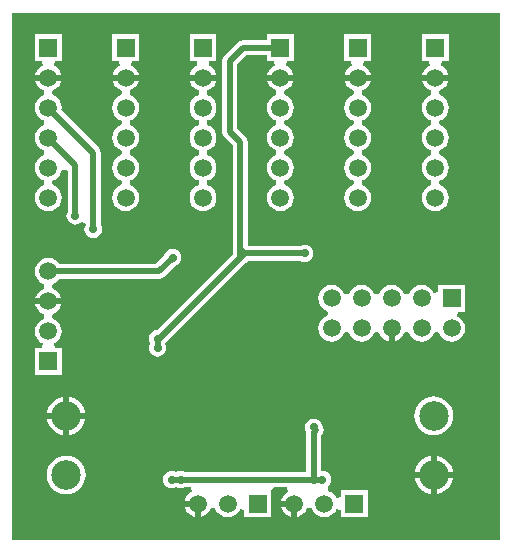
<source format=gbl>
G04*
G04 #@! TF.GenerationSoftware,Altium Limited,Altium Designer,19.0.10 (269)*
G04*
G04 Layer_Physical_Order=2*
G04 Layer_Color=16711680*
%FSLAX25Y25*%
%MOIN*%
G70*
G01*
G75*
%ADD10C,0.02000*%
%ADD47R,0.05906X0.05906*%
%ADD48C,0.05906*%
%ADD49R,0.05906X0.05906*%
%ADD50C,0.09843*%
%ADD51C,0.02756*%
G36*
X300500Y197000D02*
X138000D01*
Y372500D01*
X300500D01*
Y197000D01*
D02*
G37*
%LPC*%
G36*
X154453Y365453D02*
X145547D01*
Y356547D01*
X147837D01*
X148135Y355047D01*
X147754Y354889D01*
X146824Y354176D01*
X146110Y353246D01*
X145662Y352162D01*
X145641Y352000D01*
X150000D01*
X154359D01*
X154338Y352162D01*
X153890Y353246D01*
X153176Y354176D01*
X152246Y354889D01*
X151865Y355047D01*
X152163Y356547D01*
X154453D01*
Y365453D01*
D02*
G37*
G36*
X283453D02*
X274547D01*
Y356547D01*
X276837D01*
X277135Y355047D01*
X276754Y354889D01*
X275824Y354176D01*
X275111Y353246D01*
X274662Y352162D01*
X274640Y352000D01*
X279000D01*
X283360D01*
X283338Y352162D01*
X282890Y353246D01*
X282176Y354176D01*
X281246Y354889D01*
X280865Y355047D01*
X281163Y356547D01*
X283453D01*
Y365453D01*
D02*
G37*
G36*
X257653D02*
X248747D01*
Y356547D01*
X251037D01*
X251335Y355047D01*
X250954Y354889D01*
X250024Y354176D01*
X249310Y353246D01*
X248862Y352162D01*
X248840Y352000D01*
X253200D01*
X257559D01*
X257538Y352162D01*
X257089Y353246D01*
X256376Y354176D01*
X255446Y354889D01*
X255065Y355047D01*
X255363Y356547D01*
X257653D01*
Y365453D01*
D02*
G37*
G36*
X231853D02*
X222947D01*
Y363549D01*
X214953D01*
X213977Y363355D01*
X213150Y362802D01*
X208698Y358350D01*
X208145Y357523D01*
X207951Y356547D01*
Y333000D01*
X208145Y332025D01*
X208698Y331198D01*
X211451Y328444D01*
Y294500D01*
Y292056D01*
X186267Y266872D01*
X185749Y266804D01*
X185049Y266514D01*
X184447Y266053D01*
X183986Y265451D01*
X183696Y264751D01*
X183597Y264000D01*
X183696Y263249D01*
X183951Y262633D01*
Y262367D01*
X183696Y261751D01*
X183597Y261000D01*
X183696Y260249D01*
X183986Y259549D01*
X184447Y258947D01*
X185049Y258486D01*
X185749Y258196D01*
X186500Y258097D01*
X187251Y258196D01*
X187951Y258486D01*
X188553Y258947D01*
X189014Y259549D01*
X189304Y260249D01*
X189403Y261000D01*
X189304Y261751D01*
X189049Y262367D01*
Y262444D01*
X215802Y289198D01*
X216556Y289951D01*
X234133D01*
X234749Y289696D01*
X235500Y289597D01*
X236251Y289696D01*
X236951Y289986D01*
X237553Y290447D01*
X238014Y291049D01*
X238304Y291749D01*
X238403Y292500D01*
X238304Y293251D01*
X238014Y293951D01*
X237553Y294553D01*
X236951Y295014D01*
X236251Y295304D01*
X235500Y295403D01*
X234749Y295304D01*
X234133Y295049D01*
X216556D01*
X216549Y295056D01*
Y329500D01*
X216355Y330475D01*
X215802Y331302D01*
X213049Y334056D01*
Y355491D01*
X216009Y358451D01*
X222947D01*
Y356547D01*
X225237D01*
X225535Y355047D01*
X225154Y354889D01*
X224224Y354176D01*
X223511Y353246D01*
X223062Y352162D01*
X223041Y352000D01*
X227400D01*
X231760D01*
X231738Y352162D01*
X231290Y353246D01*
X230576Y354176D01*
X229646Y354889D01*
X229265Y355047D01*
X229563Y356547D01*
X231853D01*
Y365453D01*
D02*
G37*
G36*
X206053D02*
X197147D01*
Y356547D01*
X199437D01*
X199735Y355047D01*
X199354Y354889D01*
X198424Y354176D01*
X197711Y353246D01*
X197262Y352162D01*
X197240Y352000D01*
X201600D01*
X205960D01*
X205938Y352162D01*
X205489Y353246D01*
X204776Y354176D01*
X203846Y354889D01*
X203465Y355047D01*
X203763Y356547D01*
X206053D01*
Y365453D01*
D02*
G37*
G36*
X180253D02*
X171347D01*
Y356547D01*
X173637D01*
X173935Y355047D01*
X173554Y354889D01*
X172624Y354176D01*
X171911Y353246D01*
X171462Y352162D01*
X171440Y352000D01*
X175800D01*
X180159D01*
X180138Y352162D01*
X179690Y353246D01*
X178976Y354176D01*
X178046Y354889D01*
X177665Y355047D01*
X177963Y356547D01*
X180253D01*
Y365453D01*
D02*
G37*
G36*
X283360Y350000D02*
X279000D01*
X274640D01*
X274662Y349838D01*
X275111Y348754D01*
X275824Y347824D01*
X276754Y347111D01*
X277559Y346777D01*
X277688Y346112D01*
Y345888D01*
X277559Y345223D01*
X276754Y344889D01*
X275824Y344176D01*
X275111Y343246D01*
X274662Y342162D01*
X274509Y341000D01*
X274662Y339838D01*
X275111Y338754D01*
X275824Y337824D01*
X276754Y337110D01*
X277559Y336777D01*
X277688Y336112D01*
Y335888D01*
X277559Y335223D01*
X276754Y334890D01*
X275824Y334176D01*
X275111Y333246D01*
X274662Y332162D01*
X274509Y331000D01*
X274662Y329838D01*
X275111Y328754D01*
X275824Y327824D01*
X276754Y327111D01*
X277559Y326777D01*
X277688Y326112D01*
Y325888D01*
X277559Y325223D01*
X276754Y324889D01*
X275824Y324176D01*
X275111Y323246D01*
X274662Y322162D01*
X274509Y321000D01*
X274662Y319838D01*
X275111Y318754D01*
X275824Y317824D01*
X276754Y317110D01*
X277559Y316777D01*
X277688Y316112D01*
Y315888D01*
X277559Y315223D01*
X276754Y314890D01*
X275824Y314176D01*
X275111Y313246D01*
X274662Y312162D01*
X274509Y311000D01*
X274662Y309838D01*
X275111Y308754D01*
X275824Y307824D01*
X276754Y307111D01*
X277838Y306662D01*
X279000Y306509D01*
X280162Y306662D01*
X281246Y307111D01*
X282176Y307824D01*
X282890Y308754D01*
X283338Y309838D01*
X283491Y311000D01*
X283338Y312162D01*
X282890Y313246D01*
X282176Y314176D01*
X281246Y314890D01*
X280441Y315223D01*
X280312Y315888D01*
Y316112D01*
X280441Y316777D01*
X281246Y317110D01*
X282176Y317824D01*
X282890Y318754D01*
X283338Y319838D01*
X283491Y321000D01*
X283338Y322162D01*
X282890Y323246D01*
X282176Y324176D01*
X281246Y324889D01*
X280441Y325223D01*
X280312Y325888D01*
Y326112D01*
X280441Y326777D01*
X281246Y327111D01*
X282176Y327824D01*
X282890Y328754D01*
X283338Y329838D01*
X283491Y331000D01*
X283338Y332162D01*
X282890Y333246D01*
X282176Y334176D01*
X281246Y334890D01*
X280441Y335223D01*
X280312Y335888D01*
Y336112D01*
X280441Y336777D01*
X281246Y337110D01*
X282176Y337824D01*
X282890Y338754D01*
X283338Y339838D01*
X283491Y341000D01*
X283338Y342162D01*
X282890Y343246D01*
X282176Y344176D01*
X281246Y344889D01*
X280441Y345223D01*
X280312Y345888D01*
Y346112D01*
X280441Y346777D01*
X281246Y347111D01*
X282176Y347824D01*
X282890Y348754D01*
X283338Y349838D01*
X283360Y350000D01*
D02*
G37*
G36*
X257559D02*
X253200D01*
X248840D01*
X248862Y349838D01*
X249310Y348754D01*
X250024Y347824D01*
X250954Y347111D01*
X251759Y346777D01*
X251888Y346112D01*
Y345888D01*
X251759Y345223D01*
X250954Y344889D01*
X250024Y344176D01*
X249310Y343246D01*
X248862Y342162D01*
X248709Y341000D01*
X248862Y339838D01*
X249310Y338754D01*
X250024Y337824D01*
X250954Y337110D01*
X251759Y336777D01*
X251888Y336112D01*
Y335888D01*
X251759Y335223D01*
X250954Y334890D01*
X250024Y334176D01*
X249310Y333246D01*
X248862Y332162D01*
X248709Y331000D01*
X248862Y329838D01*
X249310Y328754D01*
X250024Y327824D01*
X250954Y327111D01*
X251759Y326777D01*
X251888Y326112D01*
Y325888D01*
X251759Y325223D01*
X250954Y324889D01*
X250024Y324176D01*
X249310Y323246D01*
X248862Y322162D01*
X248709Y321000D01*
X248862Y319838D01*
X249310Y318754D01*
X250024Y317824D01*
X250954Y317110D01*
X251759Y316777D01*
X251888Y316112D01*
Y315888D01*
X251759Y315223D01*
X250954Y314890D01*
X250024Y314176D01*
X249310Y313246D01*
X248862Y312162D01*
X248709Y311000D01*
X248862Y309838D01*
X249310Y308754D01*
X250024Y307824D01*
X250954Y307111D01*
X252038Y306662D01*
X253200Y306509D01*
X254362Y306662D01*
X255446Y307111D01*
X256376Y307824D01*
X257089Y308754D01*
X257538Y309838D01*
X257691Y311000D01*
X257538Y312162D01*
X257089Y313246D01*
X256376Y314176D01*
X255446Y314890D01*
X254641Y315223D01*
X254512Y315888D01*
Y316112D01*
X254641Y316777D01*
X255446Y317110D01*
X256376Y317824D01*
X257089Y318754D01*
X257538Y319838D01*
X257691Y321000D01*
X257538Y322162D01*
X257089Y323246D01*
X256376Y324176D01*
X255446Y324889D01*
X254641Y325223D01*
X254512Y325888D01*
Y326112D01*
X254641Y326777D01*
X255446Y327111D01*
X256376Y327824D01*
X257089Y328754D01*
X257538Y329838D01*
X257691Y331000D01*
X257538Y332162D01*
X257089Y333246D01*
X256376Y334176D01*
X255446Y334890D01*
X254641Y335223D01*
X254512Y335888D01*
Y336112D01*
X254641Y336777D01*
X255446Y337110D01*
X256376Y337824D01*
X257089Y338754D01*
X257538Y339838D01*
X257691Y341000D01*
X257538Y342162D01*
X257089Y343246D01*
X256376Y344176D01*
X255446Y344889D01*
X254641Y345223D01*
X254512Y345888D01*
Y346112D01*
X254641Y346777D01*
X255446Y347111D01*
X256376Y347824D01*
X257089Y348754D01*
X257538Y349838D01*
X257559Y350000D01*
D02*
G37*
G36*
X231760D02*
X227400D01*
X223041D01*
X223062Y349838D01*
X223511Y348754D01*
X224224Y347824D01*
X225154Y347111D01*
X225959Y346777D01*
X226088Y346112D01*
Y345888D01*
X225959Y345223D01*
X225154Y344889D01*
X224224Y344176D01*
X223511Y343246D01*
X223062Y342162D01*
X222909Y341000D01*
X223062Y339838D01*
X223511Y338754D01*
X224224Y337824D01*
X225154Y337110D01*
X225959Y336777D01*
X226088Y336112D01*
Y335888D01*
X225959Y335223D01*
X225154Y334890D01*
X224224Y334176D01*
X223511Y333246D01*
X223062Y332162D01*
X222909Y331000D01*
X223062Y329838D01*
X223511Y328754D01*
X224224Y327824D01*
X225154Y327111D01*
X225959Y326777D01*
X226088Y326112D01*
Y325888D01*
X225959Y325223D01*
X225154Y324889D01*
X224224Y324176D01*
X223511Y323246D01*
X223062Y322162D01*
X222909Y321000D01*
X223062Y319838D01*
X223511Y318754D01*
X224224Y317824D01*
X225154Y317110D01*
X225959Y316777D01*
X226088Y316112D01*
Y315888D01*
X225959Y315223D01*
X225154Y314890D01*
X224224Y314176D01*
X223511Y313246D01*
X223062Y312162D01*
X222909Y311000D01*
X223062Y309838D01*
X223511Y308754D01*
X224224Y307824D01*
X225154Y307111D01*
X226238Y306662D01*
X227400Y306509D01*
X228562Y306662D01*
X229646Y307111D01*
X230576Y307824D01*
X231290Y308754D01*
X231738Y309838D01*
X231891Y311000D01*
X231738Y312162D01*
X231290Y313246D01*
X230576Y314176D01*
X229646Y314890D01*
X228841Y315223D01*
X228712Y315888D01*
Y316112D01*
X228841Y316777D01*
X229646Y317110D01*
X230576Y317824D01*
X231290Y318754D01*
X231738Y319838D01*
X231891Y321000D01*
X231738Y322162D01*
X231290Y323246D01*
X230576Y324176D01*
X229646Y324889D01*
X228841Y325223D01*
X228712Y325888D01*
Y326112D01*
X228841Y326777D01*
X229646Y327111D01*
X230576Y327824D01*
X231290Y328754D01*
X231738Y329838D01*
X231891Y331000D01*
X231738Y332162D01*
X231290Y333246D01*
X230576Y334176D01*
X229646Y334890D01*
X228841Y335223D01*
X228712Y335888D01*
Y336112D01*
X228841Y336777D01*
X229646Y337110D01*
X230576Y337824D01*
X231290Y338754D01*
X231738Y339838D01*
X231891Y341000D01*
X231738Y342162D01*
X231290Y343246D01*
X230576Y344176D01*
X229646Y344889D01*
X228841Y345223D01*
X228712Y345888D01*
Y346112D01*
X228841Y346777D01*
X229646Y347111D01*
X230576Y347824D01*
X231290Y348754D01*
X231738Y349838D01*
X231760Y350000D01*
D02*
G37*
G36*
X205960D02*
X201600D01*
X197240D01*
X197262Y349838D01*
X197711Y348754D01*
X198424Y347824D01*
X199354Y347111D01*
X200159Y346777D01*
X200288Y346112D01*
Y345888D01*
X200159Y345223D01*
X199354Y344889D01*
X198424Y344176D01*
X197711Y343246D01*
X197262Y342162D01*
X197109Y341000D01*
X197262Y339838D01*
X197711Y338754D01*
X198424Y337824D01*
X199354Y337110D01*
X200159Y336777D01*
X200288Y336112D01*
Y335888D01*
X200159Y335223D01*
X199354Y334890D01*
X198424Y334176D01*
X197711Y333246D01*
X197262Y332162D01*
X197109Y331000D01*
X197262Y329838D01*
X197711Y328754D01*
X198424Y327824D01*
X199354Y327111D01*
X200159Y326777D01*
X200288Y326112D01*
Y325888D01*
X200159Y325223D01*
X199354Y324889D01*
X198424Y324176D01*
X197711Y323246D01*
X197262Y322162D01*
X197109Y321000D01*
X197262Y319838D01*
X197711Y318754D01*
X198424Y317824D01*
X199354Y317110D01*
X200159Y316777D01*
X200288Y316112D01*
Y315888D01*
X200159Y315223D01*
X199354Y314890D01*
X198424Y314176D01*
X197711Y313246D01*
X197262Y312162D01*
X197109Y311000D01*
X197262Y309838D01*
X197711Y308754D01*
X198424Y307824D01*
X199354Y307111D01*
X200438Y306662D01*
X201600Y306509D01*
X202762Y306662D01*
X203846Y307111D01*
X204776Y307824D01*
X205489Y308754D01*
X205938Y309838D01*
X206091Y311000D01*
X205938Y312162D01*
X205489Y313246D01*
X204776Y314176D01*
X203846Y314890D01*
X203041Y315223D01*
X202912Y315888D01*
Y316112D01*
X203041Y316777D01*
X203846Y317110D01*
X204776Y317824D01*
X205489Y318754D01*
X205938Y319838D01*
X206091Y321000D01*
X205938Y322162D01*
X205489Y323246D01*
X204776Y324176D01*
X203846Y324889D01*
X203041Y325223D01*
X202912Y325888D01*
Y326112D01*
X203041Y326777D01*
X203846Y327111D01*
X204776Y327824D01*
X205489Y328754D01*
X205938Y329838D01*
X206091Y331000D01*
X205938Y332162D01*
X205489Y333246D01*
X204776Y334176D01*
X203846Y334890D01*
X203041Y335223D01*
X202912Y335888D01*
Y336112D01*
X203041Y336777D01*
X203846Y337110D01*
X204776Y337824D01*
X205489Y338754D01*
X205938Y339838D01*
X206091Y341000D01*
X205938Y342162D01*
X205489Y343246D01*
X204776Y344176D01*
X203846Y344889D01*
X203041Y345223D01*
X202912Y345888D01*
Y346112D01*
X203041Y346777D01*
X203846Y347111D01*
X204776Y347824D01*
X205489Y348754D01*
X205938Y349838D01*
X205960Y350000D01*
D02*
G37*
G36*
X180159D02*
X175800D01*
X171440D01*
X171462Y349838D01*
X171911Y348754D01*
X172624Y347824D01*
X173554Y347111D01*
X174359Y346777D01*
X174488Y346112D01*
Y345888D01*
X174359Y345223D01*
X173554Y344889D01*
X172624Y344176D01*
X171911Y343246D01*
X171462Y342162D01*
X171309Y341000D01*
X171462Y339838D01*
X171911Y338754D01*
X172624Y337824D01*
X173554Y337110D01*
X174359Y336777D01*
X174488Y336112D01*
Y335888D01*
X174359Y335223D01*
X173554Y334890D01*
X172624Y334176D01*
X171911Y333246D01*
X171462Y332162D01*
X171309Y331000D01*
X171462Y329838D01*
X171911Y328754D01*
X172624Y327824D01*
X173554Y327111D01*
X174359Y326777D01*
X174488Y326112D01*
Y325888D01*
X174359Y325223D01*
X173554Y324889D01*
X172624Y324176D01*
X171911Y323246D01*
X171462Y322162D01*
X171309Y321000D01*
X171462Y319838D01*
X171911Y318754D01*
X172624Y317824D01*
X173554Y317110D01*
X174359Y316777D01*
X174488Y316112D01*
Y315888D01*
X174359Y315223D01*
X173554Y314890D01*
X172624Y314176D01*
X171911Y313246D01*
X171462Y312162D01*
X171309Y311000D01*
X171462Y309838D01*
X171911Y308754D01*
X172624Y307824D01*
X173554Y307111D01*
X174638Y306662D01*
X175800Y306509D01*
X176962Y306662D01*
X178046Y307111D01*
X178976Y307824D01*
X179690Y308754D01*
X180138Y309838D01*
X180291Y311000D01*
X180138Y312162D01*
X179690Y313246D01*
X178976Y314176D01*
X178046Y314890D01*
X177241Y315223D01*
X177112Y315888D01*
Y316112D01*
X177241Y316777D01*
X178046Y317110D01*
X178976Y317824D01*
X179690Y318754D01*
X180138Y319838D01*
X180291Y321000D01*
X180138Y322162D01*
X179690Y323246D01*
X178976Y324176D01*
X178046Y324889D01*
X177241Y325223D01*
X177112Y325888D01*
Y326112D01*
X177241Y326777D01*
X178046Y327111D01*
X178976Y327824D01*
X179690Y328754D01*
X180138Y329838D01*
X180291Y331000D01*
X180138Y332162D01*
X179690Y333246D01*
X178976Y334176D01*
X178046Y334890D01*
X177241Y335223D01*
X177112Y335888D01*
Y336112D01*
X177241Y336777D01*
X178046Y337110D01*
X178976Y337824D01*
X179690Y338754D01*
X180138Y339838D01*
X180291Y341000D01*
X180138Y342162D01*
X179690Y343246D01*
X178976Y344176D01*
X178046Y344889D01*
X177241Y345223D01*
X177112Y345888D01*
Y346112D01*
X177241Y346777D01*
X178046Y347111D01*
X178976Y347824D01*
X179690Y348754D01*
X180138Y349838D01*
X180159Y350000D01*
D02*
G37*
G36*
X154359D02*
X150000D01*
X145641D01*
X145662Y349838D01*
X146110Y348754D01*
X146824Y347824D01*
X147754Y347111D01*
X148559Y346777D01*
X148688Y346112D01*
Y345888D01*
X148559Y345223D01*
X147754Y344889D01*
X146824Y344176D01*
X146110Y343246D01*
X145662Y342162D01*
X145509Y341000D01*
X145662Y339838D01*
X146110Y338754D01*
X146824Y337824D01*
X147754Y337110D01*
X148559Y336777D01*
X148688Y336112D01*
Y335888D01*
X148559Y335223D01*
X147754Y334890D01*
X146824Y334176D01*
X146110Y333246D01*
X145662Y332162D01*
X145509Y331000D01*
X145662Y329838D01*
X146110Y328754D01*
X146824Y327824D01*
X147754Y327111D01*
X148559Y326777D01*
X148688Y326112D01*
Y325888D01*
X148559Y325223D01*
X147754Y324889D01*
X146824Y324176D01*
X146110Y323246D01*
X145662Y322162D01*
X145509Y321000D01*
X145662Y319838D01*
X146110Y318754D01*
X146824Y317824D01*
X147754Y317110D01*
X148559Y316777D01*
X148688Y316112D01*
Y315888D01*
X148559Y315223D01*
X147754Y314890D01*
X146824Y314176D01*
X146110Y313246D01*
X145662Y312162D01*
X145509Y311000D01*
X145662Y309838D01*
X146110Y308754D01*
X146824Y307824D01*
X147754Y307111D01*
X148838Y306662D01*
X150000Y306509D01*
X151162Y306662D01*
X152246Y307111D01*
X153176Y307824D01*
X153890Y308754D01*
X154338Y309838D01*
X154491Y311000D01*
X154338Y312162D01*
X153890Y313246D01*
X153176Y314176D01*
X152246Y314890D01*
X151441Y315223D01*
X151312Y315888D01*
Y316112D01*
X151441Y316777D01*
X152246Y317110D01*
X153176Y317824D01*
X153890Y318754D01*
X154338Y319838D01*
X155935Y320474D01*
X156451Y320069D01*
Y306367D01*
X156196Y305751D01*
X156097Y305000D01*
X156196Y304249D01*
X156486Y303549D01*
X156947Y302947D01*
X157549Y302486D01*
X158249Y302196D01*
X159000Y302097D01*
X159751Y302196D01*
X160451Y302486D01*
X160951Y302870D01*
X161399Y302788D01*
X162451Y302306D01*
Y301867D01*
X162196Y301251D01*
X162097Y300500D01*
X162196Y299749D01*
X162486Y299049D01*
X162947Y298447D01*
X163549Y297986D01*
X164249Y297696D01*
X165000Y297597D01*
X165751Y297696D01*
X166451Y297986D01*
X167053Y298447D01*
X167514Y299049D01*
X167804Y299749D01*
X167903Y300500D01*
X167804Y301251D01*
X167549Y301867D01*
Y326000D01*
X167355Y326975D01*
X166802Y327802D01*
X154388Y340217D01*
X154491Y341000D01*
X154338Y342162D01*
X153890Y343246D01*
X153176Y344176D01*
X152246Y344889D01*
X151441Y345223D01*
X151312Y345888D01*
Y346112D01*
X151441Y346777D01*
X152246Y347111D01*
X153176Y347824D01*
X153890Y348754D01*
X154338Y349838D01*
X154359Y350000D01*
D02*
G37*
G36*
X191500Y293978D02*
X190749Y293879D01*
X190049Y293589D01*
X189447Y293127D01*
X188986Y292526D01*
X188731Y291911D01*
X185869Y289049D01*
X153657D01*
X153176Y289676D01*
X152246Y290389D01*
X151162Y290838D01*
X150000Y290991D01*
X148838Y290838D01*
X147754Y290389D01*
X146824Y289676D01*
X146110Y288746D01*
X145662Y287662D01*
X145509Y286500D01*
X145662Y285338D01*
X146110Y284254D01*
X146824Y283324D01*
X147754Y282611D01*
X148559Y282277D01*
X148688Y281612D01*
Y281388D01*
X148559Y280723D01*
X147754Y280389D01*
X146824Y279676D01*
X146110Y278746D01*
X145662Y277662D01*
X145641Y277500D01*
X150000D01*
X154359D01*
X154338Y277662D01*
X153890Y278746D01*
X153176Y279676D01*
X152246Y280389D01*
X151441Y280723D01*
X151312Y281388D01*
Y281612D01*
X151441Y282277D01*
X152246Y282611D01*
X153176Y283324D01*
X153657Y283951D01*
X186925D01*
X187901Y284145D01*
X188728Y284698D01*
X192336Y288306D01*
X192951Y288561D01*
X193553Y289022D01*
X194014Y289623D01*
X194304Y290323D01*
X194403Y291075D01*
X194304Y291826D01*
X194014Y292526D01*
X193553Y293127D01*
X192951Y293589D01*
X192251Y293879D01*
X191500Y293978D01*
D02*
G37*
G36*
X274500Y281991D02*
X273338Y281838D01*
X272254Y281389D01*
X271324Y280676D01*
X270610Y279746D01*
X270277Y278941D01*
X269612Y278812D01*
X269388D01*
X268723Y278941D01*
X268390Y279746D01*
X267676Y280676D01*
X266746Y281389D01*
X265662Y281838D01*
X264500Y281991D01*
X263338Y281838D01*
X262254Y281389D01*
X261324Y280676D01*
X260611Y279746D01*
X260277Y278941D01*
X259612Y278812D01*
X259388D01*
X258723Y278941D01*
X258389Y279746D01*
X257676Y280676D01*
X256746Y281389D01*
X255662Y281838D01*
X254500Y281991D01*
X253338Y281838D01*
X252254Y281389D01*
X251324Y280676D01*
X250610Y279746D01*
X250277Y278941D01*
X249612Y278812D01*
X249388D01*
X248723Y278941D01*
X248390Y279746D01*
X247676Y280676D01*
X246746Y281389D01*
X245662Y281838D01*
X244500Y281991D01*
X243338Y281838D01*
X242254Y281389D01*
X241324Y280676D01*
X240611Y279746D01*
X240162Y278662D01*
X240009Y277500D01*
X240162Y276338D01*
X240611Y275254D01*
X241324Y274324D01*
X242254Y273610D01*
X243059Y273277D01*
X243188Y272612D01*
Y272388D01*
X243059Y271723D01*
X242254Y271390D01*
X241324Y270676D01*
X240611Y269746D01*
X240162Y268662D01*
X240009Y267500D01*
X240162Y266338D01*
X240611Y265254D01*
X241324Y264324D01*
X242254Y263611D01*
X243338Y263162D01*
X244500Y263009D01*
X245662Y263162D01*
X246746Y263611D01*
X247676Y264324D01*
X248390Y265254D01*
X248723Y266059D01*
X249388Y266188D01*
X249612D01*
X250277Y266059D01*
X250610Y265254D01*
X251324Y264324D01*
X252254Y263611D01*
X253338Y263162D01*
X254500Y263009D01*
X255662Y263162D01*
X256746Y263611D01*
X257676Y264324D01*
X258389Y265254D01*
X258723Y266059D01*
X259388Y266188D01*
X259612D01*
X260277Y266059D01*
X260611Y265254D01*
X261324Y264324D01*
X262254Y263611D01*
X263338Y263162D01*
X263500Y263141D01*
Y267500D01*
X265500D01*
Y263141D01*
X265662Y263162D01*
X266746Y263611D01*
X267676Y264324D01*
X268390Y265254D01*
X268723Y266059D01*
X269388Y266188D01*
X269612D01*
X270277Y266059D01*
X270610Y265254D01*
X271324Y264324D01*
X272254Y263611D01*
X273338Y263162D01*
X274500Y263009D01*
X275662Y263162D01*
X276746Y263611D01*
X277676Y264324D01*
X278390Y265254D01*
X278723Y266059D01*
X279388Y266188D01*
X279612D01*
X280277Y266059D01*
X280610Y265254D01*
X281324Y264324D01*
X282254Y263611D01*
X283338Y263162D01*
X284500Y263009D01*
X285662Y263162D01*
X286746Y263611D01*
X287676Y264324D01*
X288389Y265254D01*
X288838Y266338D01*
X288991Y267500D01*
X288838Y268662D01*
X288389Y269746D01*
X287676Y270676D01*
X286746Y271390D01*
X286365Y271547D01*
X286663Y273047D01*
X288953D01*
Y281953D01*
X280047D01*
Y279663D01*
X278547Y279365D01*
X278390Y279746D01*
X277676Y280676D01*
X276746Y281389D01*
X275662Y281838D01*
X274500Y281991D01*
D02*
G37*
G36*
X154359Y275500D02*
X150000D01*
X145641D01*
X145662Y275338D01*
X146110Y274254D01*
X146824Y273324D01*
X147754Y272610D01*
X148559Y272277D01*
X148688Y271612D01*
Y271388D01*
X148559Y270723D01*
X147754Y270390D01*
X146824Y269676D01*
X146110Y268746D01*
X145662Y267662D01*
X145509Y266500D01*
X145662Y265338D01*
X146110Y264254D01*
X146824Y263324D01*
X147754Y262611D01*
X148135Y262453D01*
X147837Y260953D01*
X145547D01*
Y252047D01*
X154453D01*
Y260953D01*
X152163D01*
X151865Y262453D01*
X152246Y262611D01*
X153176Y263324D01*
X153890Y264254D01*
X154338Y265338D01*
X154491Y266500D01*
X154338Y267662D01*
X153890Y268746D01*
X153176Y269676D01*
X152246Y270390D01*
X151441Y270723D01*
X151312Y271388D01*
Y271612D01*
X151441Y272277D01*
X152246Y272610D01*
X153176Y273324D01*
X153890Y274254D01*
X154338Y275338D01*
X154359Y275500D01*
D02*
G37*
G36*
X157000Y244696D02*
Y239342D01*
X162354D01*
X162328Y239601D01*
X161961Y240812D01*
X161365Y241927D01*
X160563Y242905D01*
X159585Y243707D01*
X158469Y244304D01*
X157259Y244671D01*
X157000Y244696D01*
D02*
G37*
G36*
X155000D02*
X154741Y244671D01*
X153531Y244304D01*
X152415Y243707D01*
X151437Y242905D01*
X150635Y241927D01*
X150039Y240812D01*
X149672Y239601D01*
X149646Y239342D01*
X155000D01*
Y244696D01*
D02*
G37*
G36*
X162354Y237343D02*
X157000D01*
Y231989D01*
X157259Y232014D01*
X158469Y232381D01*
X159585Y232978D01*
X160563Y233780D01*
X161365Y234758D01*
X161961Y235873D01*
X162328Y237084D01*
X162354Y237343D01*
D02*
G37*
G36*
X155000D02*
X149646D01*
X149672Y237084D01*
X150039Y235873D01*
X150635Y234758D01*
X151437Y233780D01*
X152415Y232978D01*
X153531Y232381D01*
X154741Y232014D01*
X155000Y231989D01*
Y237343D01*
D02*
G37*
G36*
X278500Y244795D02*
X277241Y244671D01*
X276031Y244304D01*
X274915Y243707D01*
X273938Y242905D01*
X273135Y241927D01*
X272539Y240812D01*
X272172Y239601D01*
X272048Y238342D01*
X272172Y237084D01*
X272539Y235873D01*
X273135Y234758D01*
X273938Y233780D01*
X274915Y232978D01*
X276031Y232381D01*
X277241Y232014D01*
X278500Y231890D01*
X279759Y232014D01*
X280969Y232381D01*
X282085Y232978D01*
X283063Y233780D01*
X283865Y234758D01*
X284461Y235873D01*
X284828Y237084D01*
X284952Y238342D01*
X284828Y239601D01*
X284461Y240812D01*
X283865Y241927D01*
X283063Y242905D01*
X282085Y243707D01*
X280969Y244304D01*
X279759Y244671D01*
X278500Y244795D01*
D02*
G37*
G36*
X279500Y225011D02*
Y219657D01*
X284854D01*
X284828Y219916D01*
X284461Y221127D01*
X283865Y222242D01*
X283063Y223220D01*
X282085Y224022D01*
X280969Y224619D01*
X279759Y224986D01*
X279500Y225011D01*
D02*
G37*
G36*
X277500D02*
X277241Y224986D01*
X276031Y224619D01*
X274915Y224022D01*
X273938Y223220D01*
X273135Y222242D01*
X272539Y221127D01*
X272172Y219916D01*
X272146Y219657D01*
X277500D01*
Y225011D01*
D02*
G37*
G36*
X238500Y237403D02*
X237749Y237304D01*
X237049Y237014D01*
X236447Y236553D01*
X235986Y235951D01*
X235696Y235251D01*
X235597Y234500D01*
X235696Y233749D01*
X235969Y233089D01*
X235951Y232997D01*
Y219549D01*
X195660D01*
X195562Y219624D01*
X194862Y219914D01*
X194110Y220013D01*
X193359Y219914D01*
X192744Y219659D01*
X192574D01*
X191959Y219914D01*
X191208Y220013D01*
X190456Y219914D01*
X189756Y219624D01*
X189155Y219163D01*
X188694Y218562D01*
X188404Y217862D01*
X188305Y217110D01*
X188404Y216359D01*
X188694Y215659D01*
X189155Y215058D01*
X189756Y214597D01*
X190456Y214307D01*
X191208Y214208D01*
X191959Y214307D01*
X192574Y214562D01*
X192744D01*
X193359Y214307D01*
X194110Y214208D01*
X194862Y214307D01*
X195211Y214451D01*
X197490D01*
X197789Y212951D01*
X197640Y212890D01*
X196710Y212176D01*
X195996Y211246D01*
X195548Y210162D01*
X195526Y210000D01*
X199886D01*
Y209000D01*
X200886D01*
Y204641D01*
X201048Y204662D01*
X202131Y205111D01*
X203062Y205824D01*
X203775Y206754D01*
X204108Y207559D01*
X204774Y207688D01*
X204998D01*
X205663Y207559D01*
X205996Y206754D01*
X206710Y205824D01*
X207640Y205111D01*
X208723Y204662D01*
X209886Y204509D01*
X211048Y204662D01*
X212131Y205111D01*
X213061Y205824D01*
X213775Y206754D01*
X213933Y207135D01*
X215433Y206837D01*
Y204547D01*
X224339D01*
Y212951D01*
X224339Y213453D01*
X225425Y214451D01*
X229605D01*
X229903Y212951D01*
X229754Y212890D01*
X228824Y212176D01*
X228111Y211246D01*
X227662Y210162D01*
X227641Y210000D01*
X232000D01*
Y209000D01*
X233000D01*
Y204641D01*
X233162Y204662D01*
X234246Y205111D01*
X235176Y205824D01*
X235890Y206754D01*
X236223Y207559D01*
X236888Y207688D01*
X237112D01*
X237777Y207559D01*
X238110Y206754D01*
X238824Y205824D01*
X239754Y205111D01*
X240838Y204662D01*
X242000Y204509D01*
X243162Y204662D01*
X244246Y205111D01*
X245176Y205824D01*
X245889Y206754D01*
X246047Y207135D01*
X247547Y206837D01*
Y204547D01*
X256453D01*
Y213453D01*
X247547D01*
Y211163D01*
X246047Y210865D01*
X245889Y211246D01*
X245176Y212176D01*
X244246Y212890D01*
X243431Y213227D01*
X243198Y213769D01*
X243166Y213928D01*
X243171Y214850D01*
X243442Y215058D01*
X243903Y215659D01*
X244193Y216359D01*
X244292Y217110D01*
X244193Y217862D01*
X243903Y218562D01*
X243442Y219163D01*
X242841Y219624D01*
X242141Y219914D01*
X241390Y220013D01*
X241049Y220312D01*
Y231942D01*
X241054Y231946D01*
X241606Y232773D01*
X241800Y233749D01*
X241606Y234724D01*
X241316Y235158D01*
X241304Y235251D01*
X241014Y235951D01*
X240553Y236553D01*
X239951Y237014D01*
X239251Y237304D01*
X238500Y237403D01*
D02*
G37*
G36*
X284854Y217657D02*
X279500D01*
Y212304D01*
X279759Y212329D01*
X280969Y212696D01*
X282085Y213293D01*
X283063Y214095D01*
X283865Y215073D01*
X284461Y216188D01*
X284828Y217399D01*
X284854Y217657D01*
D02*
G37*
G36*
X277500D02*
X272146D01*
X272172Y217399D01*
X272539Y216188D01*
X273135Y215073D01*
X273938Y214095D01*
X274915Y213293D01*
X276031Y212696D01*
X277241Y212329D01*
X277500Y212304D01*
Y217657D01*
D02*
G37*
G36*
X156000Y225110D02*
X154741Y224986D01*
X153531Y224619D01*
X152415Y224022D01*
X151437Y223220D01*
X150635Y222242D01*
X150039Y221127D01*
X149672Y219916D01*
X149548Y218657D01*
X149672Y217399D01*
X150039Y216188D01*
X150635Y215073D01*
X151437Y214095D01*
X152415Y213293D01*
X153531Y212696D01*
X154741Y212329D01*
X156000Y212205D01*
X157259Y212329D01*
X158469Y212696D01*
X159585Y213293D01*
X160563Y214095D01*
X161365Y215073D01*
X161961Y216188D01*
X162328Y217399D01*
X162452Y218657D01*
X162328Y219916D01*
X161961Y221127D01*
X161365Y222242D01*
X160563Y223220D01*
X159585Y224022D01*
X158469Y224619D01*
X157259Y224986D01*
X156000Y225110D01*
D02*
G37*
G36*
X198886Y208000D02*
X195526D01*
X195548Y207838D01*
X195996Y206754D01*
X196710Y205824D01*
X197640Y205111D01*
X198723Y204662D01*
X198886Y204641D01*
Y208000D01*
D02*
G37*
G36*
X231000D02*
X227641D01*
X227662Y207838D01*
X228111Y206754D01*
X228824Y205824D01*
X229754Y205111D01*
X230838Y204662D01*
X231000Y204641D01*
Y208000D01*
D02*
G37*
%LPD*%
D10*
X186500Y263500D02*
X214000Y291000D01*
X186500Y261000D02*
Y263500D01*
X214000Y294000D02*
Y329500D01*
Y292500D02*
Y294000D01*
X215500Y292500D01*
X214000Y294000D02*
Y294500D01*
Y291000D02*
X214750Y291750D01*
X214000Y291000D02*
Y292500D01*
X214750Y291750D02*
X215500Y292500D01*
X214000D02*
X214750Y291750D01*
X210500Y333000D02*
X214000Y329500D01*
X210500Y333000D02*
Y356547D01*
X214953Y361000D01*
X227400D01*
X238500Y217000D02*
X241279D01*
X241390Y217110D01*
X238500Y217000D02*
Y232997D01*
X239251Y233749D01*
X194221Y217000D02*
X238500D01*
X194110Y217110D02*
X194221Y217000D01*
X238500Y234500D02*
X239251Y233749D01*
X191208Y217110D02*
X194110D01*
X215500Y292500D02*
X235500D01*
X186500Y263500D02*
Y264000D01*
X150000Y341000D02*
X165000Y326000D01*
Y300500D02*
Y326000D01*
X150000Y331000D02*
X159000Y322000D01*
Y305000D02*
Y322000D01*
X186925Y286500D02*
X191500Y291075D01*
X150000Y286500D02*
X186925D01*
D47*
X219886Y209000D02*
D03*
X252000D02*
D03*
X284500Y277500D02*
D03*
D48*
X209886Y209000D02*
D03*
X199886D02*
D03*
X175800Y351000D02*
D03*
Y341000D02*
D03*
Y331000D02*
D03*
Y321000D02*
D03*
Y311000D02*
D03*
X150000Y351000D02*
D03*
Y341000D02*
D03*
Y331000D02*
D03*
Y321000D02*
D03*
Y311000D02*
D03*
Y266500D02*
D03*
Y276500D02*
D03*
Y286500D02*
D03*
X227400Y351000D02*
D03*
Y341000D02*
D03*
Y331000D02*
D03*
Y321000D02*
D03*
Y311000D02*
D03*
X201600Y351000D02*
D03*
Y341000D02*
D03*
Y331000D02*
D03*
Y321000D02*
D03*
Y311000D02*
D03*
X242000Y209000D02*
D03*
X232000D02*
D03*
X254500Y267500D02*
D03*
Y277500D02*
D03*
X264500Y267500D02*
D03*
Y277500D02*
D03*
X274500Y267500D02*
D03*
Y277500D02*
D03*
X284500Y267500D02*
D03*
X244500D02*
D03*
Y277500D02*
D03*
X279000Y351000D02*
D03*
Y341000D02*
D03*
Y331000D02*
D03*
Y321000D02*
D03*
Y311000D02*
D03*
X253200Y351000D02*
D03*
Y341000D02*
D03*
Y331000D02*
D03*
Y321000D02*
D03*
Y311000D02*
D03*
D49*
X175800Y361000D02*
D03*
X150000D02*
D03*
Y256500D02*
D03*
X227400Y361000D02*
D03*
X201600D02*
D03*
X279000D02*
D03*
X253200D02*
D03*
D50*
X278500Y238342D02*
D03*
Y218657D02*
D03*
X156000D02*
D03*
Y238342D02*
D03*
D51*
X186500Y261000D02*
D03*
X290000Y360000D02*
D03*
X295000Y350000D02*
D03*
X290000Y340000D02*
D03*
X295000Y330000D02*
D03*
Y310000D02*
D03*
Y290000D02*
D03*
Y270000D02*
D03*
X290000Y260000D02*
D03*
X295000Y210000D02*
D03*
X290000Y200000D02*
D03*
X285000Y350000D02*
D03*
X280000Y200000D02*
D03*
X270000Y260000D02*
D03*
X275000Y250000D02*
D03*
Y210000D02*
D03*
X260000Y260000D02*
D03*
X265000Y250000D02*
D03*
Y210000D02*
D03*
X250000Y260000D02*
D03*
X255000Y250000D02*
D03*
X250000Y240000D02*
D03*
X245000Y250000D02*
D03*
X240000Y200000D02*
D03*
X235000Y350000D02*
D03*
X230000Y200000D02*
D03*
X220000D02*
D03*
X210000Y320000D02*
D03*
Y200000D02*
D03*
X200000D02*
D03*
X190000D02*
D03*
X180000Y260000D02*
D03*
X185000Y210000D02*
D03*
X180000Y200000D02*
D03*
X175000Y270000D02*
D03*
X170000Y260000D02*
D03*
Y240000D02*
D03*
X175000Y230000D02*
D03*
Y210000D02*
D03*
X170000Y200000D02*
D03*
X165000Y250000D02*
D03*
Y230000D02*
D03*
Y210000D02*
D03*
X160000Y200000D02*
D03*
X150000Y300000D02*
D03*
X155000Y250000D02*
D03*
X150000Y200000D02*
D03*
X140000Y360000D02*
D03*
Y340000D02*
D03*
Y320000D02*
D03*
Y300000D02*
D03*
X145000Y290000D02*
D03*
X140000Y280000D02*
D03*
X145000Y270000D02*
D03*
X140000Y260000D02*
D03*
X145000Y250000D02*
D03*
X140000Y240000D02*
D03*
X145000Y230000D02*
D03*
X140000Y220000D02*
D03*
X145000Y210000D02*
D03*
X140000Y200000D02*
D03*
X238500Y217000D02*
D03*
X206451Y226500D02*
D03*
Y231500D02*
D03*
Y236500D02*
D03*
X238000Y260000D02*
D03*
X231425Y272000D02*
D03*
Y282000D02*
D03*
X261500Y207500D02*
D03*
X271324Y230500D02*
D03*
X262500D02*
D03*
Y220500D02*
D03*
X259579Y264209D02*
D03*
X249612Y263862D02*
D03*
X237777Y245500D02*
D03*
X250000Y230500D02*
D03*
X231425Y227000D02*
D03*
X219854Y228000D02*
D03*
X222000Y236633D02*
D03*
X214500Y234000D02*
D03*
X226500Y221000D02*
D03*
X204209Y221673D02*
D03*
X188146Y226624D02*
D03*
X183474Y231500D02*
D03*
X180791Y239000D02*
D03*
Y253000D02*
D03*
X175800Y243500D02*
D03*
Y248500D02*
D03*
X222351Y253500D02*
D03*
X204108Y249100D02*
D03*
Y241068D02*
D03*
X198886Y246000D02*
D03*
X195146D02*
D03*
X191959D02*
D03*
X195876Y266514D02*
D03*
X191500Y261500D02*
D03*
X195876Y262925D02*
D03*
X192500Y305000D02*
D03*
X201435Y300000D02*
D03*
X192744Y298000D02*
D03*
X196163Y287000D02*
D03*
X271000Y351000D02*
D03*
X266000D02*
D03*
X245500D02*
D03*
X240500D02*
D03*
X219500D02*
D03*
X214500D02*
D03*
X193500D02*
D03*
X188661D02*
D03*
X184000D02*
D03*
X168000Y351500D02*
D03*
X163000D02*
D03*
X158000D02*
D03*
X241390Y217110D02*
D03*
X191208D02*
D03*
X235500Y292500D02*
D03*
X191500Y291075D02*
D03*
X186500Y264000D02*
D03*
X238500Y234500D02*
D03*
X194110Y217110D02*
D03*
X165000Y300500D02*
D03*
X159000Y305000D02*
D03*
M02*

</source>
